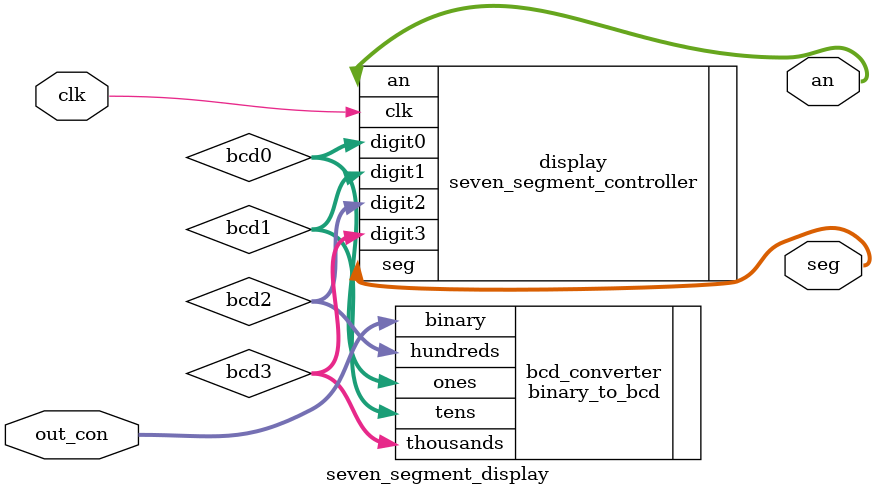
<source format=v>
`timescale 1ns / 1ps


module seven_segment_display(
    input clk,
    input [11:0] out_con,        // 12-bit neural output
    output [6:0] seg,            // a-g segments
    output [3:0] an              // Digit enable
    );
    wire [3:0] bcd3, bcd2, bcd1, bcd0;
    // Convert binary to 4 BCD digits
    binary_to_bcd bcd_converter (
        .binary(out_con),
        .thousands(bcd3),
        .hundreds(bcd2),
        .tens(bcd1),
        .ones(bcd0)
    );
    // Display logic
    seven_segment_controller display (
        .clk(clk),
        .digit3(bcd3),
        .digit2(bcd2),
        .digit1(bcd1),
        .digit0(bcd0),
        .seg(seg),
        .an(an)
    );
    
endmodule

</source>
